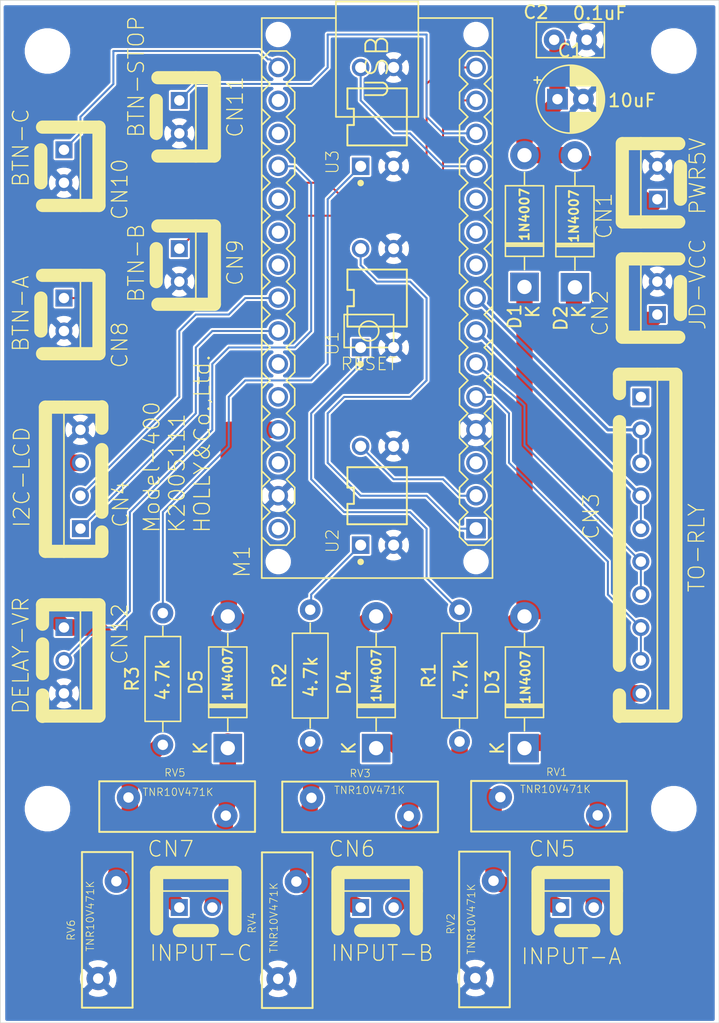
<source format=kicad_pcb>
(kicad_pcb (version 20171130) (host pcbnew 5.1.6-c6e7f7d~87~ubuntu18.04.1)
  (layers (0 Top signal hide) (31 Bottom signal) (34 B.Paste user) (35 F.Paste user) (36 B.SilkS user) (37 F.SilkS user) (38 B.Mask user hide) (39 F.Mask user hide) (44 Edge.Cuts user))
  (net 0 "")
  (net 1 VIN)
  (net 2 3V3)
  (net 3 GND)
  (net 4 /5V_M)
  (net 5 "Net-(CN10-PadP$1)")
  (net 6 "Net-(M1-PadJ2.13)")
  (net 7 "Net-(CN11-PadP$1)")
  (net 8 "Net-(M1-PadJ2.10)")
  (net 9 "Net-(CN12-PadP$2)")
  (net 10 "Net-(M1-PadJ2.11)")
  (net 11 "Net-(M1-PadJ2.9)")
  (net 12 "Net-(M1-PadJ2.6)")
  (net 13 "Net-(M1-PadJ2.5)")
  (net 14 "Net-(M1-PadJ2.3)")
  (net 15 "Net-(M1-PadJ1.12)")
  (net 16 "Net-(M1-PadJ1.11)")
  (net 17 "Net-(M1-PadJ1.10)")
  (net 18 "Net-(M1-PadJ1.9)")
  (net 19 "Net-(M1-PadJ1.3)")
  (net 20 "Net-(M1-PadJ1.2)")
  (net 21 "Net-(M1-PadJ1.1)")
  (net 22 "Net-(R1-Pad2)")
  (net 23 "Net-(R2-Pad2)")
  (net 24 "Net-(R3-Pad2)")
  (net 25 "Net-(CN5-PadP$2)")
  (net 26 "Net-(CN5-PadP$1)")
  (net 27 "Net-(CN6-PadP$2)")
  (net 28 "Net-(CN6-PadP$1)")
  (net 29 "Net-(CN8-PadP$1)")
  (net 30 "Net-(CN9-PadP$1)")
  (net 31 "Net-(CN4-PadP$1)")
  (net 32 "Net-(CN4-PadP$2)")
  (net 33 "Net-(CN3-PadP$2)")
  (net 34 "Net-(CN3-PadP$4)")
  (net 35 "Net-(CN3-PadP$6)")
  (net 36 "Net-(CN3-PadP$8)")
  (net 37 "Net-(CN3-PadP$1)")
  (net 38 "Net-(CN7-PadP$1)")
  (net 39 "Net-(CN7-PadP$2)")
  (net 40 /5V_JDV)
  (net 41 /5V_MPU)
  (module Diode_THT:D_DO-41_SOD81_P10.16mm_Horizontal (layer Top) (at 138.43 123.19 90)
    (fp_text reference D5 (at 5.08 -2.47 90) (layer F.SilkS))
    (fp_text value 1N4007 (at 5.715 0 90) (layer F.SilkS) (effects (font (size 0.7 0.7))))
    (fp_text user K (at 0 -2.1 90) (layer F.SilkS))
    (pad 2 thru_hole oval (at 10.16 0 90) (size 2.2 2.2) (drill 1.1) (layers *.Cu *.Mask) (net 41 /5V_MPU))
    (pad 1 thru_hole rect (at 0 0 90) (size 2.2 2.2) (drill 1.1) (layers *.Cu *.Mask) (net 39 "Net-(CN7-PadP$2)"))
  )
  (module Diode_THT:D_DO-41_SOD81_P10.16mm_Horizontal (layer Top) (at 149.86 123.19 90)
    (fp_text reference D4 (at 5.08 -2.47 90) (layer F.SilkS))
    (fp_text value 1N4007 (at 5.588 0.0254 90) (layer F.SilkS) (effects (font (size 0.7 0.7))))
    (fp_text user K (at 0 -2.1 90) (layer F.SilkS))
    (pad 2 thru_hole oval (at 10.16 0 90) (size 2.2 2.2) (drill 1.1) (layers *.Cu *.Mask) (net 41 /5V_MPU))
    (pad 1 thru_hole rect (at 0 0 90) (size 2.2 2.2) (drill 1.1) (layers *.Cu *.Mask) (net 27 "Net-(CN6-PadP$2)"))
  )
  (module Diode_THT:D_DO-41_SOD81_P10.16mm_Horizontal (layer Top) (at 161.29 123.19 90)
    (fp_text reference D3 (at 5.08 -2.47 90) (layer F.SilkS))
    (fp_text value 1N4007 (at 5.461 0.0762 90) (layer F.SilkS) (effects (font (size 0.7 0.7))))
    (fp_text user K (at 0 -2.1 90) (layer F.SilkS))
    (pad 2 thru_hole oval (at 10.16 0 90) (size 2.2 2.2) (drill 1.1) (layers *.Cu *.Mask) (net 41 /5V_MPU))
    (pad 1 thru_hole rect (at 0 0 90) (size 2.2 2.2) (drill 1.1) (layers *.Cu *.Mask) (net 25 "Net-(CN5-PadP$2)"))
  )
  (module Diode_THT:D_DO-41_SOD81_P10.16mm_Horizontal (layer Top) (at 165.1762 87.6554 90)
    (fp_text reference D2 (at -2.3876 -1.0922 90) (layer F.SilkS))
    (fp_text value 1N4007 (at 5.4864 -0.0762 90) (layer F.SilkS) (effects (font (size 0.7 0.7))))
    (fp_text user K (at -1.8796 0.3048 90) (layer F.SilkS))
    (pad 2 thru_hole oval (at 10.16 0 90) (size 2.2 2.2) (drill 1.1) (layers *.Cu *.Mask) (net 4 /5V_M))
    (pad 1 thru_hole rect (at 0 0 90) (size 2.2 2.2) (drill 1.1) (layers *.Cu *.Mask) (net 40 /5V_JDV))
  )
  (module Diode_THT:D_DO-41_SOD81_P10.16mm_Horizontal (layer Top) (at 161.29 87.63 90)
    (fp_text reference D1 (at -2.286 -0.762 90) (layer F.SilkS))
    (fp_text value 1N4007 (at 5.588 0 90) (layer F.SilkS) (effects (font (size 0.7 0.7))))
    (fp_text user K (at -1.905 0.635 90) (layer F.SilkS))
    (pad 2 thru_hole oval (at 10.16 0 90) (size 2.2 2.2) (drill 1.1) (layers *.Cu *.Mask) (net 4 /5V_M))
    (pad 1 thru_hole rect (at 0 0 90) (size 2.2 2.2) (drill 1.1) (layers *.Cu *.Mask) (net 41 /5V_MPU))
  )
  (module varistor:RV_Disc_D12mm_W3.9mm_P7.5mm (layer Top) (at 129.8448 133.4516 270)
    (fp_text reference RV6 (at 2.921 3.1496 90) (layer F.SilkS) (effects (font (size 0.57912 0.57912) (thickness 0.057912)) (justify right bottom)))
    (fp_text value TNR10V471K (at -0.0762 1.6764 90) (layer F.SilkS) (effects (font (size 0.57912 0.57912) (thickness 0.057912)) (justify right bottom)))
    (pad 2 thru_hole circle (at 7.5 1.4 270) (size 1.8 1.8) (drill 0.8) (layers *.Cu *.Mask) (net 3 GND))
    (pad 1 thru_hole circle (at 0 0 270) (size 1.8 1.8) (drill 0.8) (layers *.Cu *.Mask) (net 38 "Net-(CN7-PadP$1)"))
  )
  (module HOLE:MountingHole_3.2mm_M3_ISO7380 (layer Top) (at 123.19 128.27)
    (fp_text reference REF** hide)
    (fp_text value MountingHole_3.2mm_M3_ISO7380)
    (pad "" np_thru_hole circle (at 1.3461 -0.4114) (size 3.2 3.2) (drill 3.2) (layers *.Cu *.Mask))
  )
  (module varistor:RV_Disc_D12mm_W3.9mm_P7.5mm (layer Top) (at 166.9288 128.3716 180)
    (fp_text reference RV1 (at 4.0132 2.9972) (layer F.SilkS) (effects (font (size 0.57912 0.57912) (thickness 0.057912)) (justify left bottom)))
    (fp_text value TNR10V471K (at 6.0198 1.6764) (layer F.SilkS) (effects (font (size 0.57912 0.57912) (thickness 0.057912)) (justify left bottom)))
    (pad 2 thru_hole circle (at 7.5 1.4 180) (size 1.8 1.8) (drill 0.8) (layers *.Cu *.Mask) (net 26 "Net-(CN5-PadP$1)"))
    (pad 1 thru_hole circle (at 0 0 180) (size 1.8 1.8) (drill 0.8) (layers *.Cu *.Mask) (net 25 "Net-(CN5-PadP$2)"))
  )
  (module varistor:RV_Disc_D12mm_W3.9mm_P7.5mm (layer Top) (at 158.9054 133.4192 270)
    (fp_text reference RV2 (at 4.1726 2.9494 90) (layer F.SilkS) (effects (font (size 0.57912 0.57912) (thickness 0.057912)) (justify left bottom)))
    (fp_text value TNR10V471K (at 5.722 1.3746 90) (layer F.SilkS) (effects (font (size 0.57912 0.57912) (thickness 0.057912)) (justify left bottom)))
    (pad 2 thru_hole circle (at 7.5 1.4 270) (size 1.8 1.8) (drill 0.8) (layers *.Cu *.Mask) (net 3 GND))
    (pad 1 thru_hole circle (at 0 0 270) (size 1.8 1.8) (drill 0.8) (layers *.Cu *.Mask) (net 26 "Net-(CN5-PadP$1)"))
  )
  (module varistor:RV_Disc_D12mm_W3.9mm_P7.5mm (layer Top) (at 152.3746 128.4224 180)
    (fp_text reference RV3 (at 4.5974 2.9464) (layer F.SilkS) (effects (font (size 0.57912 0.57912) (thickness 0.057912)) (justify left bottom)))
    (fp_text value TNR10V471K (at 5.7912 1.651) (layer F.SilkS) (effects (font (size 0.57912 0.57912) (thickness 0.057912)) (justify left bottom)))
    (pad 2 thru_hole circle (at 7.5 1.4 180) (size 1.8 1.8) (drill 0.8) (layers *.Cu *.Mask) (net 28 "Net-(CN6-PadP$1)"))
    (pad 1 thru_hole circle (at 0 0 180) (size 1.8 1.8) (drill 0.8) (layers *.Cu *.Mask) (net 27 "Net-(CN6-PadP$2)"))
  )
  (module varistor:RV_Disc_D12mm_W3.9mm_P7.5mm (layer Top) (at 143.7132 133.477 270)
    (fp_text reference RV4 (at 4.0386 3.0734 90) (layer F.SilkS) (effects (font (size 0.57912 0.57912) (thickness 0.057912)) (justify left bottom)))
    (fp_text value TNR10V471K (at 5.5626 1.397 90) (layer F.SilkS) (effects (font (size 0.57912 0.57912) (thickness 0.057912)) (justify left bottom)))
    (pad 2 thru_hole circle (at 7.5 1.4 270) (size 1.8 1.8) (drill 0.8) (layers *.Cu *.Mask) (net 3 GND))
    (pad 1 thru_hole circle (at 0 0 270) (size 1.8 1.8) (drill 0.8) (layers *.Cu *.Mask) (net 28 "Net-(CN6-PadP$1)"))
  )
  (module varistor:RV_Disc_D12mm_W3.9mm_P7.5mm (layer Top) (at 138.2776 128.397 180)
    (fp_text reference RV5 (at 3.0734 2.9718) (layer F.SilkS) (effects (font (size 0.57912 0.57912) (thickness 0.057912)) (justify right bottom)))
    (fp_text value TNR10V471K (at 0.9144 1.4732) (layer F.SilkS) (effects (font (size 0.57912 0.57912) (thickness 0.057912)) (justify right bottom)))
    (pad 2 thru_hole circle (at 7.5 1.4 180) (size 1.8 1.8) (drill 0.8) (layers *.Cu *.Mask) (net 38 "Net-(CN7-PadP$1)"))
    (pad 1 thru_hole circle (at 0 0 180) (size 1.8 1.8) (drill 0.8) (layers *.Cu *.Mask) (net 39 "Net-(CN7-PadP$2)"))
  )
  (module HOLE:MountingHole_3.2mm_M3_ISO7380 (layer Top) (at 172.7961 127.8586)
    (fp_text reference REF** hide)
    (fp_text value MountingHole_3.2mm_M3_ISO7380)
    (pad "" np_thru_hole circle (at 0 0) (size 3.2 3.2) (drill 3.2) (layers *.Cu *.Mask))
  )
  (module HOLE:MountingHole_3.2mm_M3_ISO7380 (layer Top) (at 124.5108 69.4436)
    (fp_text reference REF** hide)
    (fp_text value MountingHole_3.2mm_M3_ISO7380)
    (pad "" np_thru_hole circle (at 0.0253 -0.005) (size 3.2 3.2) (drill 3.2) (layers *.Cu *.Mask))
  )
  (module HOLE:MountingHole_3.2mm_M3_ISO7380 (layer Top) (at 172.72 69.85)
    (fp_text reference REF** hide)
    (fp_text value MountingHole_3.2mm_M3_ISO7380)
    (pad "" np_thru_hole circle (at 0.0761 -0.4114) (size 3.2 3.2) (drill 3.2) (layers *.Cu *.Mask))
  )
  (module 001:ARDUINO-NANO-3.0 (layer Top) (at 149.9361 88.4886 270)
    (fp_text reference M1 (at 20.325 9.7027 90) (layer F.SilkS) (effects (font (size 1.2065 1.2065) (thickness 0.09652)) (justify bottom)))
    (fp_text value ARDUINO-NANO-3.0)
    (fp_text user RESET (at 5.08 0.635) (layer F.SilkS) (effects (font (size 0.9652 0.9652) (thickness 0.08128))))
    (fp_text user USB (at -17.78 0 270) (layer F.SilkS) (effects (font (size 1.6891 1.6891) (thickness 0.14224))))
    (pad "" np_thru_hole circle (at 20.32 -7.62 270) (size 1.651 1.651) (drill 1.651) (layers *.Cu *.Mask))
    (pad "" np_thru_hole circle (at 20.32 7.62 270) (size 1.651 1.651) (drill 1.651) (layers *.Cu *.Mask))
    (pad "" np_thru_hole circle (at -20.32 7.62 270) (size 1.651 1.651) (drill 1.651) (layers *.Cu *.Mask))
    (pad "" np_thru_hole circle (at -20.32 -7.62 270) (size 1.651 1.651) (drill 1.651) (layers *.Cu *.Mask))
    (pad J2.15 thru_hole circle (at -17.78 7.62 270) (size 1.508 1.508) (drill 1) (layers *.Cu *.Mask) (net 5 "Net-(CN10-PadP$1)"))
    (pad J2.14 thru_hole circle (at -15.24 7.62 270) (size 1.508 1.508) (drill 1) (layers *.Cu *.Mask) (net 2 3V3))
    (pad J2.13 thru_hole circle (at -12.7 7.62 270) (size 1.508 1.508) (drill 1) (layers *.Cu *.Mask) (net 6 "Net-(M1-PadJ2.13)"))
    (pad J1.15 thru_hole circle (at -17.78 -7.62 270) (size 1.508 1.508) (drill 1) (layers *.Cu *.Mask) (net 29 "Net-(CN8-PadP$1)"))
    (pad J1.14 thru_hole circle (at -15.24 -7.62 270) (size 1.508 1.508) (drill 1) (layers *.Cu *.Mask) (net 30 "Net-(CN9-PadP$1)"))
    (pad J1.13 thru_hole circle (at -12.7 -7.62 270) (size 1.508 1.508) (drill 1) (layers *.Cu *.Mask) (net 7 "Net-(CN11-PadP$1)"))
    (pad J2.7 thru_hole circle (at 2.54 7.62 270) (size 1.508 1.508) (drill 1) (layers *.Cu *.Mask) (net 31 "Net-(CN4-PadP$1)"))
    (pad J2.10 thru_hole circle (at -5.08 7.62 270) (size 1.508 1.508) (drill 1) (layers *.Cu *.Mask) (net 8 "Net-(M1-PadJ2.10)"))
    (pad J2.12 thru_hole circle (at -10.16 7.62 270) (size 1.508 1.508) (drill 1) (layers *.Cu *.Mask) (net 9 "Net-(CN12-PadP$2)"))
    (pad J2.11 thru_hole circle (at -7.62 7.62 270) (size 1.508 1.508) (drill 1) (layers *.Cu *.Mask) (net 10 "Net-(M1-PadJ2.11)"))
    (pad J2.9 thru_hole circle (at -2.54 7.62 270) (size 1.508 1.508) (drill 1) (layers *.Cu *.Mask) (net 11 "Net-(M1-PadJ2.9)"))
    (pad J2.8 thru_hole circle (at 0 7.62 270) (size 1.508 1.508) (drill 1) (layers *.Cu *.Mask) (net 32 "Net-(CN4-PadP$2)"))
    (pad J2.6 thru_hole circle (at 5.08 7.62 270) (size 1.508 1.508) (drill 1) (layers *.Cu *.Mask) (net 12 "Net-(M1-PadJ2.6)"))
    (pad J2.5 thru_hole circle (at 7.62 7.62 270) (size 1.508 1.508) (drill 1) (layers *.Cu *.Mask) (net 13 "Net-(M1-PadJ2.5)"))
    (pad J2.4 thru_hole circle (at 10.16 7.62 270) (size 1.508 1.508) (drill 1) (layers *.Cu *.Mask) (net 41 /5V_MPU))
    (pad J2.3 thru_hole circle (at 12.7 7.62 270) (size 1.508 1.508) (drill 1) (layers *.Cu *.Mask) (net 14 "Net-(M1-PadJ2.3)"))
    (pad J2.2 thru_hole circle (at 15.24 7.62 270) (size 1.508 1.508) (drill 1) (layers *.Cu *.Mask) (net 3 GND))
    (pad J2.1 thru_hole circle (at 17.78 7.62 270) (size 1.508 1.508) (drill 1) (layers *.Cu *.Mask) (net 1 VIN))
    (pad J1.12 thru_hole circle (at -10.16 -7.62 270) (size 1.508 1.508) (drill 1) (layers *.Cu *.Mask) (net 15 "Net-(M1-PadJ1.12)"))
    (pad J1.11 thru_hole circle (at -7.62 -7.62 270) (size 1.508 1.508) (drill 1) (layers *.Cu *.Mask) (net 16 "Net-(M1-PadJ1.11)"))
    (pad J1.10 thru_hole circle (at -5.08 -7.62 270) (size 1.508 1.508) (drill 1) (layers *.Cu *.Mask) (net 17 "Net-(M1-PadJ1.10)"))
    (pad J1.9 thru_hole circle (at -2.54 -7.62 270) (size 1.508 1.508) (drill 1) (layers *.Cu *.Mask) (net 18 "Net-(M1-PadJ1.9)"))
    (pad J1.8 thru_hole circle (at 0 -7.62 270) (size 1.508 1.508) (drill 1) (layers *.Cu *.Mask) (net 33 "Net-(CN3-PadP$2)"))
    (pad J1.7 thru_hole circle (at 2.54 -7.62 270) (size 1.508 1.508) (drill 1) (layers *.Cu *.Mask) (net 34 "Net-(CN3-PadP$4)"))
    (pad J1.6 thru_hole circle (at 5.08 -7.62 270) (size 1.508 1.508) (drill 1) (layers *.Cu *.Mask) (net 35 "Net-(CN3-PadP$6)"))
    (pad J1.5 thru_hole circle (at 7.62 -7.62 270) (size 1.508 1.508) (drill 1) (layers *.Cu *.Mask) (net 36 "Net-(CN3-PadP$8)"))
    (pad J1.4 thru_hole circle (at 10.16 -7.62 270) (size 1.508 1.508) (drill 1) (layers *.Cu *.Mask) (net 3 GND))
    (pad J1.3 thru_hole circle (at 12.7 -7.62 270) (size 1.508 1.508) (drill 1) (layers *.Cu *.Mask) (net 19 "Net-(M1-PadJ1.3)"))
    (pad J1.2 thru_hole circle (at 15.24 -7.62 270) (size 1.508 1.508) (drill 1) (layers *.Cu *.Mask) (net 20 "Net-(M1-PadJ1.2)"))
    (pad J1.1 thru_hole rect (at 17.78 -7.62 270) (size 1.508 1.508) (drill 1) (layers *.Cu *.Mask) (net 21 "Net-(M1-PadJ1.1)"))
  )
  (module 001:B02B-XH (layer Top) (at 171.5261 78.3286 90)
    (fp_text reference CN1 (at -5.6946 -3.4035 90) (layer F.SilkS) (effects (font (size 1.2065 1.2065) (thickness 0.09652)) (justify left bottom)))
    (fp_text value PWR5V (at -3.81 3.81 90) (layer F.SilkS) (effects (font (size 1.2065 1.2065) (thickness 0.09652)) (justify left bottom)))
    (pad P$2 thru_hole circle (at 0 0 90) (size 1.308 1.308) (drill 0.8) (layers *.Cu *.Mask) (net 3 GND))
    (pad P$1 thru_hole rect (at -2.54 0 90) (size 1.308 1.308) (drill 0.8) (layers *.Cu *.Mask) (net 4 /5V_M))
  )
  (module 001:B02B-XH (layer Top) (at 166.624 135.4786)
    (fp_text reference CN5 (at -5.08 -3.81) (layer F.SilkS) (effects (font (size 1.2065 1.2065) (thickness 0.09652)) (justify left bottom)))
    (fp_text value INPUT-A (at -5.6641 4.4754) (layer F.SilkS) (effects (font (size 1.2065 1.2065) (thickness 0.09652)) (justify left bottom)))
    (pad P$2 thru_hole circle (at 0 0) (size 1.308 1.308) (drill 0.8) (layers *.Cu *.Mask) (net 25 "Net-(CN5-PadP$2)"))
    (pad P$1 thru_hole rect (at -2.54 0) (size 1.308 1.308) (drill 0.8) (layers *.Cu *.Mask) (net 26 "Net-(CN5-PadP$1)"))
  )
  (module 001:B02B-XH (layer Top) (at 151.2061 135.4786)
    (fp_text reference CN6 (at -5.08 -3.81) (layer F.SilkS) (effects (font (size 1.2065 1.2065) (thickness 0.09652)) (justify left bottom)))
    (fp_text value INPUT-B (at -4.9021 4.2214) (layer F.SilkS) (effects (font (size 1.2065 1.2065) (thickness 0.09652)) (justify left bottom)))
    (pad P$2 thru_hole circle (at 0 0) (size 1.308 1.308) (drill 0.8) (layers *.Cu *.Mask) (net 27 "Net-(CN6-PadP$2)"))
    (pad P$1 thru_hole rect (at -2.54 0) (size 1.308 1.308) (drill 0.8) (layers *.Cu *.Mask) (net 28 "Net-(CN6-PadP$1)"))
  )
  (module 001:B10B-XH (layer Top) (at 170.2561 98.6486 270)
    (fp_text reference CN3 (at 8.5394 3.1241 90) (layer F.SilkS) (effects (font (size 1.2065 1.2065) (thickness 0.09652)) (justify left bottom)))
    (fp_text value TO-RLY (at 12.6034 -5.0039 90) (layer F.SilkS) (effects (font (size 1.2065 1.2065) (thickness 0.09652)) (justify left bottom)))
    (pad P$10 thru_hole circle (at 20.32 0 270) (size 1.308 1.308) (drill 0.8) (layers *.Cu *.Mask) (net 41 /5V_MPU))
    (pad P$9 thru_hole circle (at 17.78 0 270) (size 1.308 1.308) (drill 0.8) (layers *.Cu *.Mask) (net 36 "Net-(CN3-PadP$8)"))
    (pad P$8 thru_hole circle (at 15.24 0 270) (size 1.308 1.308) (drill 0.8) (layers *.Cu *.Mask) (net 36 "Net-(CN3-PadP$8)"))
    (pad P$7 thru_hole circle (at 12.7 0 270) (size 1.308 1.308) (drill 0.8) (layers *.Cu *.Mask) (net 35 "Net-(CN3-PadP$6)"))
    (pad P$6 thru_hole circle (at 10.16 0 270) (size 1.308 1.308) (drill 0.8) (layers *.Cu *.Mask) (net 35 "Net-(CN3-PadP$6)"))
    (pad P$5 thru_hole circle (at 7.62 0 270) (size 1.308 1.308) (drill 0.8) (layers *.Cu *.Mask) (net 34 "Net-(CN3-PadP$4)"))
    (pad P$4 thru_hole circle (at 5.08 0 270) (size 1.308 1.308) (drill 0.8) (layers *.Cu *.Mask) (net 34 "Net-(CN3-PadP$4)"))
    (pad P$3 thru_hole circle (at 2.54 0 270) (size 1.308 1.308) (drill 0.8) (layers *.Cu *.Mask) (net 33 "Net-(CN3-PadP$2)"))
    (pad P$2 thru_hole circle (at 0 0 270) (size 1.308 1.308) (drill 0.8) (layers *.Cu *.Mask) (net 33 "Net-(CN3-PadP$2)"))
    (pad P$1 thru_hole rect (at -2.54 0 270) (size 1.308 1.308) (drill 0.8) (layers *.Cu *.Mask) (net 37 "Net-(CN3-PadP$1)"))
  )
  (module 001:B02B-XH (layer Top) (at 171.5261 87.2186 90)
    (fp_text reference CN2 (at -4.2976 -3.7083 90) (layer F.SilkS) (effects (font (size 1.2065 1.2065) (thickness 0.09652)) (justify left bottom)))
    (fp_text value JD-VCC (at -3.81 3.81 90) (layer F.SilkS) (effects (font (size 1.2065 1.2065) (thickness 0.09652)) (justify left bottom)))
    (pad P$2 thru_hole circle (at 0 0 90) (size 1.308 1.308) (drill 0.8) (layers *.Cu *.Mask) (net 3 GND))
    (pad P$1 thru_hole rect (at -2.54 0 90) (size 1.308 1.308) (drill 0.8) (layers *.Cu *.Mask) (net 40 /5V_JDV))
  )
  (module 001:B02B-XH (layer Top) (at 125.8061 91.0286 270)
    (fp_text reference CN8 (at 2.9514 -5.0039 90) (layer F.SilkS) (effects (font (size 1.2065 1.2065) (thickness 0.09652)) (justify left bottom)))
    (fp_text value BTN-A (at 1.6814 2.6161 90) (layer F.SilkS) (effects (font (size 1.2065 1.2065) (thickness 0.09652)) (justify left bottom)))
    (pad P$2 thru_hole circle (at 0 0 270) (size 1.308 1.308) (drill 0.8) (layers *.Cu *.Mask) (net 3 GND))
    (pad P$1 thru_hole rect (at -2.54 0 270) (size 1.308 1.308) (drill 0.8) (layers *.Cu *.Mask) (net 29 "Net-(CN8-PadP$1)"))
  )
  (module 001:TOSHIBA_TLP222A_F_0 (layer Top) (at 149.9361 88.4886 90)
    (fp_text reference U1 (at -4.485 -2.89 90) (layer F.SilkS) (effects (font (size 0.95 0.95) (thickness 0.076)) (justify left bottom)))
    (fp_text value TOSHIBA_TLP222A hide)
    (pad 4 thru_hole circle (at 3.81 -1.27 90) (size 1.35 1.35) (drill 0.85) (layers *.Cu *.Mask) (net 21 "Net-(M1-PadJ1.1)"))
    (pad 3 thru_hole circle (at 3.81 1.27 90) (size 1.35 1.35) (drill 0.85) (layers *.Cu *.Mask) (net 3 GND))
    (pad 2 thru_hole circle (at -3.81 1.27 90) (size 1.35 1.35) (drill 0.85) (layers *.Cu *.Mask) (net 3 GND))
    (pad 1 thru_hole rect (at -3.81 -1.27 90) (size 1.35 1.35) (drill 0.85) (layers *.Cu *.Mask) (net 22 "Net-(R1-Pad2)"))
  )
  (module 001:TOSHIBA_TLP222A_F_0 (layer Top) (at 149.9361 103.7286 90)
    (fp_text reference U2 (at -4.485 -2.89 90) (layer F.SilkS) (effects (font (size 0.95 0.95) (thickness 0.076)) (justify left bottom)))
    (fp_text value TOSHIBA_TLP222A hide)
    (pad 4 thru_hole circle (at 3.81 -1.27 90) (size 1.35 1.35) (drill 0.85) (layers *.Cu *.Mask) (net 20 "Net-(M1-PadJ1.2)"))
    (pad 3 thru_hole circle (at 3.81 1.27 90) (size 1.35 1.35) (drill 0.85) (layers *.Cu *.Mask) (net 3 GND))
    (pad 2 thru_hole circle (at -3.81 1.27 90) (size 1.35 1.35) (drill 0.85) (layers *.Cu *.Mask) (net 3 GND))
    (pad 1 thru_hole rect (at -3.81 -1.27 90) (size 1.35 1.35) (drill 0.85) (layers *.Cu *.Mask) (net 23 "Net-(R2-Pad2)"))
  )
  (module 001:B04B-XH (layer Top) (at 127.0761 103.7286 90)
    (fp_text reference CN4 (at -2.54 3.81 90) (layer F.SilkS) (effects (font (size 1.2065 1.2065) (thickness 0.09652)) (justify left bottom)))
    (fp_text value I2C-LCD (at -2.54 -3.81 90) (layer F.SilkS) (effects (font (size 1.2065 1.2065) (thickness 0.09652)) (justify left bottom)))
    (pad P$4 thru_hole circle (at 5.08 0 90) (size 1.308 1.308) (drill 0.8) (layers *.Cu *.Mask) (net 3 GND))
    (pad P$3 thru_hole circle (at 2.54 0 90) (size 1.308 1.308) (drill 0.8) (layers *.Cu *.Mask) (net 41 /5V_MPU))
    (pad P$2 thru_hole circle (at 0 0 90) (size 1.308 1.308) (drill 0.8) (layers *.Cu *.Mask) (net 32 "Net-(CN4-PadP$2)"))
    (pad P$1 thru_hole rect (at -2.54 0 90) (size 1.308 1.308) (drill 0.8) (layers *.Cu *.Mask) (net 31 "Net-(CN4-PadP$1)"))
  )
  (module 001:B02B-XH (layer Top) (at 134.6961 87.2186 270)
    (fp_text reference CN9 (at 0.4114 -5.0039 90) (layer F.SilkS) (effects (font (size 1.2065 1.2065) (thickness 0.09652)) (justify left bottom)))
    (fp_text value BTN-B (at 1.6814 2.6161 90) (layer F.SilkS) (effects (font (size 1.2065 1.2065) (thickness 0.09652)) (justify left bottom)))
    (pad P$2 thru_hole circle (at 0 0 270) (size 1.308 1.308) (drill 0.8) (layers *.Cu *.Mask) (net 3 GND))
    (pad P$1 thru_hole rect (at -2.54 0 270) (size 1.308 1.308) (drill 0.8) (layers *.Cu *.Mask) (net 30 "Net-(CN9-PadP$1)"))
  )
  (module 001:B02B-XH (layer Top) (at 134.6961 75.7886 270)
    (fp_text reference CN11 (at 0.4114 -5.0039 90) (layer F.SilkS) (effects (font (size 1.2065 1.2065) (thickness 0.09652)) (justify left bottom)))
    (fp_text value BTN-STOP (at 0.4114 2.6161 90) (layer F.SilkS) (effects (font (size 1.2065 1.2065) (thickness 0.09652)) (justify left bottom)))
    (pad P$2 thru_hole circle (at 0 0 270) (size 1.308 1.308) (drill 0.8) (layers *.Cu *.Mask) (net 3 GND))
    (pad P$1 thru_hole rect (at -2.54 0 270) (size 1.308 1.308) (drill 0.8) (layers *.Cu *.Mask) (net 7 "Net-(CN11-PadP$1)"))
  )
  (module 001:B03B-XH (layer Top) (at 125.8061 116.4286 270)
    (fp_text reference CN12 (at 0.4114 -5.0039 90) (layer F.SilkS) (effects (font (size 1.2065 1.2065) (thickness 0.09652)) (justify left bottom)))
    (fp_text value DELAY-VR (at 4.2214 2.6161 90) (layer F.SilkS) (effects (font (size 1.2065 1.2065) (thickness 0.09652)) (justify left bottom)))
    (pad P$3 thru_hole circle (at 2.54 0 270) (size 1.308 1.308) (drill 0.8) (layers *.Cu *.Mask) (net 3 GND))
    (pad P$2 thru_hole circle (at 0 0 270) (size 1.308 1.308) (drill 0.8) (layers *.Cu *.Mask) (net 9 "Net-(CN12-PadP$2)"))
    (pad P$1 thru_hole rect (at -2.54 0 270) (size 1.308 1.308) (drill 0.8) (layers *.Cu *.Mask) (net 41 /5V_MPU))
  )
  (module 001:TOSHIBA_TLP222A_F_0 (layer Top) (at 149.9361 74.5186 90)
    (fp_text reference U3 (at -4.485 -2.89 90) (layer F.SilkS) (effects (font (size 0.95 0.95) (thickness 0.076)) (justify left bottom)))
    (fp_text value TOSHIBA_TLP222A hide)
    (pad 4 thru_hole circle (at 3.81 -1.27 90) (size 1.35 1.35) (drill 0.85) (layers *.Cu *.Mask) (net 15 "Net-(M1-PadJ1.12)"))
    (pad 3 thru_hole circle (at 3.81 1.27 90) (size 1.35 1.35) (drill 0.85) (layers *.Cu *.Mask) (net 3 GND))
    (pad 2 thru_hole circle (at -3.81 1.27 90) (size 1.35 1.35) (drill 0.85) (layers *.Cu *.Mask) (net 3 GND))
    (pad 1 thru_hole rect (at -3.81 -1.27 90) (size 1.35 1.35) (drill 0.85) (layers *.Cu *.Mask) (net 24 "Net-(R3-Pad2)"))
  )
  (module 001:B02B-XH (layer Top) (at 137.2361 135.4786)
    (fp_text reference CN7 (at -5.08 -3.81) (layer F.SilkS) (effects (font (size 1.2065 1.2065) (thickness 0.09652)) (justify left bottom)))
    (fp_text value INPUT-C (at -4.9021 4.2214) (layer F.SilkS) (effects (font (size 1.2065 1.2065) (thickness 0.09652)) (justify left bottom)))
    (pad P$2 thru_hole circle (at 0 0) (size 1.308 1.308) (drill 0.8) (layers *.Cu *.Mask) (net 39 "Net-(CN7-PadP$2)"))
    (pad P$1 thru_hole rect (at -2.54 0) (size 1.308 1.308) (drill 0.8) (layers *.Cu *.Mask) (net 38 "Net-(CN7-PadP$1)"))
  )
  (module 001:B02B-XH (layer Top) (at 125.8061 79.5986 270)
    (fp_text reference CN10 (at 2.9514 -5.0039 90) (layer F.SilkS) (effects (font (size 1.2065 1.2065) (thickness 0.09652)) (justify left bottom)))
    (fp_text value BTN-C (at 0.4114 2.6161 90) (layer F.SilkS) (effects (font (size 1.2065 1.2065) (thickness 0.09652)) (justify left bottom)))
    (pad P$2 thru_hole circle (at 0 0 270) (size 1.308 1.308) (drill 0.8) (layers *.Cu *.Mask) (net 3 GND))
    (pad P$1 thru_hole rect (at -2.54 0 270) (size 1.308 1.308) (drill 0.8) (layers *.Cu *.Mask) (net 5 "Net-(CN10-PadP$1)"))
  )
  (module C:C_Disc_D5.0mm_W2.5mm_P2.50mm (layer Top) (at 163.576 68.58)
    (fp_text reference C2 (at -1.397 -2.1336) (layer F.SilkS))
    (fp_text value 0.1uF (at 3.5052 -2.0574) (layer F.SilkS))
    (pad 1 thru_hole circle (at 0 0) (size 1.6 1.6) (drill 0.8) (layers *.Cu *.Mask) (net 4 /5V_M))
    (pad 2 thru_hole circle (at 2.5 0) (size 1.6 1.6) (drill 0.8) (layers *.Cu *.Mask) (net 3 GND))
  )
  (module C:CP_Radial_D5.0mm_P2.00mm (layer Top) (at 163.83 73.152)
    (fp_text reference C1 (at 1 -3.75) (layer F.SilkS))
    (fp_text value 10uF (at 5.7404 0.1016) (layer F.SilkS))
    (pad 1 thru_hole rect (at 0 0) (size 1.6 1.6) (drill 0.8) (layers *.Cu *.Mask) (net 4 /5V_M))
    (pad 2 thru_hole circle (at 2 0) (size 1.6 1.6) (drill 0.8) (layers *.Cu *.Mask) (net 3 GND))
  )
  (module R:R_Axial_DIN0207_L6.3mm_D2.5mm_P10.16mm_Horizontal (layer Top) (at 156.2861 122.682 90)
    (fp_text reference R1 (at 5.08 -2.37 90) (layer F.SilkS))
    (fp_text value 4.7k (at 4.7498 0.1017 90) (layer F.SilkS))
    (pad 2 thru_hole oval (at 10.16 0 90) (size 1.6 1.6) (drill 0.8) (layers *.Cu *.Mask) (net 22 "Net-(R1-Pad2)"))
    (pad 1 thru_hole circle (at 0 0 90) (size 1.6 1.6) (drill 0.8) (layers *.Cu *.Mask) (net 26 "Net-(CN5-PadP$1)"))
  )
  (module R:R_Axial_DIN0207_L6.3mm_D2.5mm_P10.16mm_Horizontal (layer Top) (at 144.78 122.682 90)
    (fp_text reference R2 (at 5.08 -2.37 90) (layer F.SilkS))
    (fp_text value 4.7k (at 4.9784 0.0508 90) (layer F.SilkS))
    (pad 1 thru_hole circle (at 0 0 90) (size 1.6 1.6) (drill 0.8) (layers *.Cu *.Mask) (net 28 "Net-(CN6-PadP$1)"))
    (pad 2 thru_hole oval (at 10.16 0 90) (size 1.6 1.6) (drill 0.8) (layers *.Cu *.Mask) (net 23 "Net-(R2-Pad2)"))
  )
  (module R:R_Axial_DIN0207_L6.3mm_D2.5mm_P10.16mm_Horizontal (layer Top) (at 133.4261 122.936 90)
    (fp_text reference R3 (at 5.08 -2.37 90) (layer F.SilkS))
    (fp_text value 4.7k (at 5.0038 0.0001 90) (layer F.SilkS))
    (pad 1 thru_hole circle (at 0 0 90) (size 1.6 1.6) (drill 0.8) (layers *.Cu *.Mask) (net 38 "Net-(CN7-PadP$1)"))
    (pad 2 thru_hole oval (at 10.16 0 90) (size 1.6 1.6) (drill 0.8) (layers *.Cu *.Mask) (net 24 "Net-(R3-Pad2)"))
  )
  (gr_line (start 120.904 144.3686) (end 176.2761 144.3686) (layer Edge.Cuts) (width 0.05))
  (gr_line (start 176.2761 144.3686) (end 176.2761 65.532) (layer Edge.Cuts) (width 0.05))
  (gr_line (start 176.2761 65.532) (end 120.904 65.532) (layer Edge.Cuts) (width 0.05))
  (gr_line (start 120.904 65.532) (end 120.904 144.3686) (layer Edge.Cuts) (width 0.05))
  (gr_text "Model-400 \nK2005111\nHOLLY&Co.,Ltd." (at 137.16 106.68 90) (layer F.SilkS) (effects (font (size 1.2065 1.2065) (thickness 0.1016)) (justify left bottom)))
  (segment (start 161.29 75.946) (end 163.83 73.406) (width 1.25) (layer Top) (net 4))
  (segment (start 161.29 77.47) (end 161.29 75.946) (width 1.25) (layer Top) (net 4))
  (segment (start 163.83 68.834) (end 163.576 68.58) (width 1.25) (layer Top) (net 4))
  (segment (start 163.83 73.406) (end 163.83 68.834) (width 1.25) (layer Top) (net 4))
  (segment (start 161.29 77.47) (end 165.1 77.47) (width 1.25) (layer Top) (net 4))
  (segment (start 171.1147 81.28) (end 171.5261 80.8686) (width 1.25) (layer Top) (net 4))
  (segment (start 165.1 77.47) (end 171.1147 81.28) (width 1.25) (layer Top) (net 4))
  (segment (start 125.8061 77.0586) (end 127.0761 75.7886) (width 0.1524) (layer Bottom) (net 5))
  (segment (start 127.0761 74.5186) (end 127.0761 75.7886) (width 0.1524) (layer Bottom) (net 5))
  (segment (start 127.0761 74.5186) (end 129.6161 71.9786) (width 0.1524) (layer Bottom) (net 5))
  (segment (start 129.6161 71.9786) (end 129.6161 69.4386) (width 0.1524) (layer Bottom) (net 5))
  (segment (start 129.6161 69.4386) (end 140.874062 69.4386) (width 0.1524) (layer Bottom) (net 5))
  (segment (start 140.874062 69.4386) (end 141.521762 70.0863) (width 0.1524) (layer Bottom) (net 5))
  (segment (start 141.521762 70.0863) (end 141.6938 70.0863) (width 0.1524) (layer Bottom) (net 5))
  (segment (start 141.6938 70.0863) (end 142.3161 70.7086) (width 0.1524) (layer Bottom) (net 5))
  (segment (start 134.6961 73.2486) (end 135.9661 71.9786) (width 0.1524) (layer Bottom) (net 7))
  (segment (start 135.9661 71.9786) (end 144.8561 71.9786) (width 0.1524) (layer Bottom) (net 7))
  (segment (start 144.8561 71.9786) (end 146.1261 70.7086) (width 0.1524) (layer Bottom) (net 7))
  (segment (start 146.1261 70.7086) (end 146.1261 68.1686) (width 0.1524) (layer Bottom) (net 7))
  (segment (start 146.1261 68.1686) (end 153.7461 68.1686) (width 0.1524) (layer Bottom) (net 7))
  (segment (start 153.7461 68.1686) (end 153.7461 74.5186) (width 0.1524) (layer Bottom) (net 7))
  (segment (start 153.7461 74.5186) (end 155.0161 75.7886) (width 0.1524) (layer Bottom) (net 7))
  (segment (start 155.0161 75.7886) (end 157.5561 75.7886) (width 0.1524) (layer Bottom) (net 7))
  (segment (start 125.8061 116.4286) (end 128.3461 113.8886) (width 0.1524) (layer Bottom) (net 9))
  (segment (start 128.3461 113.8886) (end 129.6161 113.8886) (width 0.1524) (layer Bottom) (net 9))
  (segment (start 129.6161 113.8886) (end 130.8861 112.6186) (width 0.1524) (layer Bottom) (net 9))
  (segment (start 130.8861 104.9986) (end 137.2361 98.6486) (width 0.1524) (layer Bottom) (net 9))
  (segment (start 137.2361 98.6486) (end 137.2361 93.5686) (width 0.1524) (layer Bottom) (net 9))
  (segment (start 137.2361 93.5686) (end 138.5061 92.2986) (width 0.1524) (layer Bottom) (net 9))
  (segment (start 138.5061 92.2986) (end 143.5861 92.2986) (width 0.1524) (layer Bottom) (net 9))
  (segment (start 143.5861 92.2986) (end 144.8561 91.0286) (width 0.1524) (layer Bottom) (net 9))
  (segment (start 144.8561 91.0286) (end 144.8561 79.5986) (width 0.1524) (layer Bottom) (net 9))
  (segment (start 144.8561 79.5986) (end 143.5861 78.3286) (width 0.1524) (layer Bottom) (net 9))
  (segment (start 143.5861 78.3286) (end 142.3161 78.3286) (width 0.1524) (layer Bottom) (net 9))
  (segment (start 130.8861 112.6186) (end 130.8861 104.9986) (width 0.1524) (layer Bottom) (net 9))
  (segment (start 148.6661 70.7086) (end 148.6661 73.2486) (width 0.1524) (layer Bottom) (net 15))
  (segment (start 152.4761 75.7886) (end 155.0161 78.3286) (width 0.1524) (layer Bottom) (net 15))
  (segment (start 155.0161 78.3286) (end 157.5561 78.3286) (width 0.1524) (layer Bottom) (net 15))
  (segment (start 151.2061 75.7886) (end 152.4761 75.7886) (width 0.1524) (layer Bottom) (net 15))
  (segment (start 148.6661 73.2486) (end 151.2061 75.7886) (width 0.1524) (layer Bottom) (net 15))
  (segment (start 157.5561 103.7286) (end 156.2861 103.7286) (width 0.1524) (layer Bottom) (net 20))
  (segment (start 156.2861 103.7286) (end 155.0161 102.4586) (width 0.1524) (layer Bottom) (net 20))
  (segment (start 155.0161 102.4586) (end 151.2061 102.4586) (width 0.1524) (layer Bottom) (net 20))
  (segment (start 151.2061 102.4586) (end 148.6661 99.9186) (width 0.1524) (layer Bottom) (net 20))
  (segment (start 157.5561 106.2686) (end 156.2861 106.2686) (width 0.1524) (layer Bottom) (net 21))
  (segment (start 156.2861 106.2686) (end 153.7461 103.7286) (width 0.1524) (layer Bottom) (net 21))
  (segment (start 148.6661 103.7286) (end 146.1261 101.1886) (width 0.1524) (layer Bottom) (net 21))
  (segment (start 146.1261 101.1886) (end 146.1261 97.3786) (width 0.1524) (layer Bottom) (net 21))
  (segment (start 146.1261 97.3786) (end 147.3961 96.1086) (width 0.1524) (layer Bottom) (net 21))
  (segment (start 147.3961 96.1086) (end 152.4761 96.1086) (width 0.1524) (layer Bottom) (net 21))
  (segment (start 152.4761 96.1086) (end 153.7461 94.8386) (width 0.1524) (layer Bottom) (net 21))
  (segment (start 153.7461 94.8386) (end 153.7461 88.4886) (width 0.1524) (layer Bottom) (net 21))
  (segment (start 153.7461 88.4886) (end 152.4761 87.2186) (width 0.1524) (layer Bottom) (net 21))
  (segment (start 152.4761 87.2186) (end 149.9361 87.2186) (width 0.1524) (layer Bottom) (net 21))
  (segment (start 149.9361 87.2186) (end 148.6661 85.9486) (width 0.1524) (layer Bottom) (net 21))
  (segment (start 148.6661 85.9486) (end 148.6661 84.6786) (width 0.1524) (layer Bottom) (net 21))
  (segment (start 153.7461 103.7286) (end 148.6661 103.7286) (width 0.1524) (layer Bottom) (net 21))
  (segment (start 144.8561 102.4586) (end 147.396103 104.998604) (width 0.1524) (layer Bottom) (net 22))
  (segment (start 144.8561 102.4586) (end 144.8561 97.3786) (width 0.1524) (layer Bottom) (net 22))
  (segment (start 148.6661 93.5686) (end 148.6661 92.2986) (width 0.1524) (layer Bottom) (net 22))
  (segment (start 148.6661 93.5686) (end 144.8561 97.3786) (width 0.1524) (layer Bottom) (net 22))
  (segment (start 153.7461 110.0786) (end 156.2861 112.6186) (width 0.1524) (layer Bottom) (net 22))
  (segment (start 147.396103 104.998604) (end 152.476096 104.998604) (width 0.1524) (layer Bottom) (net 22))
  (segment (start 152.476096 104.998604) (end 152.4761 104.9986) (width 0.1524) (layer Bottom) (net 22))
  (segment (start 152.4761 104.9986) (end 153.7461 106.2686) (width 0.1524) (layer Bottom) (net 22))
  (segment (start 153.7461 106.2686) (end 153.7461 110.0786) (width 0.1524) (layer Bottom) (net 22))
  (segment (start 144.8561 112.6186) (end 144.8561 111.3486) (width 0.1524) (layer Bottom) (net 23))
  (segment (start 144.8561 111.3486) (end 148.6661 107.5386) (width 0.1524) (layer Bottom) (net 23))
  (segment (start 133.4261 112.6186) (end 133.4261 104.9986) (width 0.1524) (layer Bottom) (net 24))
  (segment (start 133.4261 104.9986) (end 138.5061 99.9186) (width 0.1524) (layer Bottom) (net 24))
  (segment (start 138.5061 99.9186) (end 138.5061 96.1086) (width 0.1524) (layer Bottom) (net 24))
  (segment (start 138.5061 96.1086) (end 139.7761 94.8386) (width 0.1524) (layer Bottom) (net 24))
  (segment (start 139.7761 94.8386) (end 144.8561 94.8386) (width 0.1524) (layer Bottom) (net 24))
  (segment (start 144.8561 94.8386) (end 146.1261 93.5686) (width 0.1524) (layer Bottom) (net 24))
  (segment (start 146.1261 80.8686) (end 148.6661 78.3286) (width 0.1524) (layer Bottom) (net 24))
  (segment (start 146.1261 93.5686) (end 146.1261 80.8686) (width 0.1524) (layer Bottom) (net 24))
  (segment (start 166.99475 124.59725) (end 166.9288 128.3716) (width 1.27) (layer Top) (net 25))
  (segment (start 161.3661 122.7786) (end 165.1761 122.7786) (width 1.27) (layer Top) (net 25))
  (segment (start 165.1761 122.7786) (end 166.99475 124.59725) (width 1.27) (layer Top) (net 25))
  (segment (start 166.9288 128.3716) (end 166.624 135.4786) (width 1.27) (layer Top) (net 25))
  (segment (start 158.9054 127.495) (end 158.9054 133.4192) (width 1.27) (layer Top) (net 26))
  (segment (start 159.4288 126.9716) (end 158.9054 127.495) (width 1.27) (layer Top) (net 26))
  (segment (start 158.9054 133.4192) (end 164.084 135.4786) (width 1.27) (layer Top) (net 26))
  (segment (start 158.4431 126.9716) (end 159.4288 126.9716) (width 1.27) (layer Top) (net 26))
  (segment (start 156.2861 122.682) (end 156.2861 126.5886) (width 1.27) (layer Top) (net 26))
  (segment (start 156.2861 126.5886) (end 158.4431 126.9716) (width 1.27) (layer Top) (net 26))
  (segment (start 152.4761 126.5886) (end 152.4761 124.0486) (width 1.27) (layer Top) (net 27))
  (segment (start 149.9361 122.7786) (end 151.2061 122.7786) (width 1.27) (layer Top) (net 27))
  (segment (start 152.4761 124.0486) (end 151.2061 122.7786) (width 1.27) (layer Top) (net 27))
  (segment (start 151.2061 135.4786) (end 152.4761 134.2086) (width 1.27) (layer Top) (net 27))
  (segment (start 152.4761 126.5886) (end 152.4761 134.2086) (width 1.27) (layer Top) (net 27))
  (segment (start 143.7132 133.477) (end 148.6661 135.4786) (width 1.27) (layer Top) (net 28))
  (segment (start 144.8746 127.0224) (end 143.7132 133.477) (width 1.27) (layer Top) (net 28))
  (segment (start 144.8561 126.5886) (end 144.8746 127.0224) (width 1.27) (layer Top) (net 28))
  (segment (start 144.78 122.682) (end 144.8561 126.5886) (width 1.27) (layer Top) (net 28))
  (segment (start 129.6161 88.4886) (end 130.8861 87.2186) (width 0.1524) (layer Top) (net 29))
  (segment (start 130.8861 87.2186) (end 130.8861 83.4086) (width 0.1524) (layer Top) (net 29))
  (segment (start 130.8861 83.4086) (end 134.6961 79.5986) (width 0.1524) (layer Top) (net 29))
  (segment (start 134.6961 79.5986) (end 146.1261 79.5986) (width 0.1524) (layer Top) (net 29))
  (segment (start 146.1261 79.5986) (end 147.3961 80.8686) (width 0.1524) (layer Top) (net 29))
  (segment (start 147.3961 80.8686) (end 152.4761 80.8686) (width 0.1524) (layer Top) (net 29))
  (segment (start 152.4761 80.8686) (end 153.7461 79.5986) (width 0.1524) (layer Top) (net 29))
  (segment (start 153.7461 79.5986) (end 153.7461 71.9786) (width 0.1524) (layer Top) (net 29))
  (segment (start 153.7461 71.9786) (end 155.0161 70.7086) (width 0.1524) (layer Top) (net 29))
  (segment (start 155.0161 70.7086) (end 157.5561 70.7086) (width 0.1524) (layer Top) (net 29))
  (segment (start 125.8061 88.4886) (end 129.6161 88.4886) (width 0.1524) (layer Top) (net 29))
  (segment (start 134.6961 84.6786) (end 137.2361 82.1386) (width 0.1524) (layer Top) (net 30))
  (segment (start 137.2361 82.1386) (end 152.4761 82.1386) (width 0.1524) (layer Top) (net 30))
  (segment (start 152.4761 82.1386) (end 155.0161 79.5986) (width 0.1524) (layer Top) (net 30))
  (segment (start 155.0161 79.5986) (end 155.0161 74.5186) (width 0.1524) (layer Top) (net 30))
  (segment (start 155.0161 74.5186) (end 156.2861 73.2486) (width 0.1524) (layer Top) (net 30))
  (segment (start 156.2861 73.2486) (end 157.5561 73.2486) (width 0.1524) (layer Top) (net 30))
  (segment (start 127.0761 106.2686) (end 135.9661 97.3786) (width 0.1524) (layer Bottom) (net 31))
  (segment (start 135.9661 97.3786) (end 135.9661 92.2986) (width 0.1524) (layer Bottom) (net 31))
  (segment (start 135.9661 92.2986) (end 137.2361 91.0286) (width 0.1524) (layer Bottom) (net 31))
  (segment (start 137.2361 91.0286) (end 142.3161 91.0286) (width 0.1524) (layer Bottom) (net 31))
  (segment (start 142.3161 88.4886) (end 139.7761 88.4886) (width 0.1524) (layer Bottom) (net 32))
  (segment (start 139.7761 88.4886) (end 138.5061 89.7586) (width 0.1524) (layer Bottom) (net 32))
  (segment (start 138.5061 89.7586) (end 135.9661 89.7586) (width 0.1524) (layer Bottom) (net 32))
  (segment (start 135.9661 89.7586) (end 134.6961 91.0286) (width 0.1524) (layer Bottom) (net 32))
  (segment (start 134.6961 91.0286) (end 134.6961 96.1086) (width 0.1524) (layer Bottom) (net 32))
  (segment (start 134.6961 96.1086) (end 127.0761 103.7286) (width 0.1524) (layer Bottom) (net 32))
  (segment (start 167.7161 98.6486) (end 170.2561 98.6486) (width 0.25) (layer Bottom) (net 33))
  (segment (start 157.5561 88.4886) (end 167.7161 98.6486) (width 0.25) (layer Bottom) (net 33))
  (segment (start 170.2561 98.6486) (end 170.2561 101.1886) (width 0.25) (layer Bottom) (net 33))
  (segment (start 170.2561 103.7286) (end 170.2561 106.2686) (width 0.1524) (layer Bottom) (net 34))
  (segment (start 157.5561 91.0286) (end 170.2561 103.7286) (width 0.25) (layer Bottom) (net 34))
  (segment (start 170.2561 108.8086) (end 170.2561 111.3486) (width 0.1524) (layer Bottom) (net 35))
  (segment (start 161.29 99.822) (end 170.2561 108.8086) (width 0.1524) (layer Bottom) (net 35))
  (segment (start 161.29 96.774) (end 161.29 99.822) (width 0.1524) (layer Bottom) (net 35))
  (segment (start 157.5561 93.5686) (end 161.036 96.52) (width 0.1524) (layer Bottom) (net 35))
  (segment (start 161.036 96.52) (end 161.29 96.774) (width 0.1524) (layer Bottom) (net 35))
  (segment (start 157.5561 96.1086) (end 158.8261 96.1086) (width 0.1524) (layer Bottom) (net 36))
  (segment (start 158.8261 96.1086) (end 160.0961 97.3786) (width 0.1524) (layer Bottom) (net 36))
  (segment (start 160.0961 101.1886) (end 167.7161 108.8086) (width 0.1524) (layer Bottom) (net 36))
  (segment (start 167.7161 108.8086) (end 167.7161 111.3486) (width 0.1524) (layer Bottom) (net 36))
  (segment (start 167.7161 111.3486) (end 170.2561 113.8886) (width 0.1524) (layer Bottom) (net 36))
  (segment (start 160.0961 97.3786) (end 160.0961 101.1886) (width 0.1524) (layer Bottom) (net 36))
  (segment (start 170.2561 113.8886) (end 170.2561 116.4286) (width 0.1524) (layer Bottom) (net 36))
  (segment (start 133.4261 122.7786) (end 130.8861 125.3186) (width 1.27) (layer Top) (net 38))
  (segment (start 133.4261 134.2086) (end 134.6961 135.4786) (width 1.27) (layer Top) (net 38))
  (segment (start 129.67 133.47) (end 132.08 133.35) (width 1.27) (layer Top) (net 38))
  (segment (start 132.08 133.35) (end 133.4261 134.2086) (width 1.27) (layer Top) (net 38))
  (segment (start 130.8861 129.1286) (end 129.67 133.47) (width 1.27) (layer Top) (net 38))
  (segment (start 130.8861 125.3186) (end 130.8861 129.1286) (width 1.27) (layer Top) (net 38))
  (segment (start 138.43 122.682) (end 138.43 125.222) (width 1.27) (layer Top) (net 39))
  (segment (start 138.31 128.4) (end 137.2361 135.4786) (width 1.27) (layer Top) (net 39))
  (segment (start 138.5061 125.3186) (end 138.31 128.4) (width 1.27) (layer Top) (net 39))
  (segment (start 165.1 87.63) (end 165.1 90.17) (width 1.25) (layer Top) (net 40))
  (segment (start 171.1147 90.17) (end 171.5261 89.7586) (width 1.25) (layer Top) (net 40))
  (segment (start 165.1 90.17) (end 171.1147 90.17) (width 1.25) (layer Top) (net 40))
  (segment (start 166.4461 112.6186) (end 166.4461 118.9686) (width 1.27) (layer Top) (net 41))
  (segment (start 166.4461 118.9686) (end 170.2561 118.9686) (width 1.27) (layer Top) (net 41))
  (segment (start 161.3661 112.6186) (end 158.8261 115.1586) (width 1.27) (layer Top) (net 41))
  (segment (start 149.9361 112.6186) (end 152.4761 115.1586) (width 1.27) (layer Top) (net 41))
  (segment (start 158.8261 115.1586) (end 152.4761 115.1586) (width 1.27) (layer Top) (net 41))
  (segment (start 149.9361 112.6186) (end 147.3961 115.1586) (width 1.27) (layer Top) (net 41))
  (segment (start 147.3961 115.1586) (end 141.0461 115.1586) (width 1.27) (layer Top) (net 41))
  (segment (start 141.0461 115.1586) (end 138.5061 112.6186) (width 1.27) (layer Top) (net 41))
  (segment (start 138.5061 112.6186) (end 135.9661 115.1586) (width 1.27) (layer Top) (net 41))
  (segment (start 135.9661 115.1586) (end 129.6161 115.1586) (width 1.27) (layer Top) (net 41))
  (segment (start 129.6161 115.1586) (end 128.3461 113.8886) (width 1.27) (layer Top) (net 41))
  (segment (start 128.3461 113.8886) (end 125.8061 113.8886) (width 1.27) (layer Top) (net 41))
  (segment (start 125.8061 113.8886) (end 124.5361 112.6186) (width 1.27) (layer Top) (net 41))
  (segment (start 124.5361 112.6186) (end 124.5361 101.1886) (width 1.27) (layer Top) (net 41))
  (segment (start 124.5361 101.1886) (end 127.0761 101.1886) (width 1.27) (layer Top) (net 41))
  (segment (start 142.3161 98.6486) (end 138.5061 98.6486) (width 1.27) (layer Top) (net 41))
  (segment (start 138.5061 98.6486) (end 138.5061 112.6186) (width 1.27) (layer Top) (net 41))
  (segment (start 162.9714 112.6186) (end 166.4461 112.6186) (width 1.27) (layer Top) (net 41))
  (segment (start 161.3661 112.6186) (end 162.9714 112.6186) (width 1.27) (layer Top) (net 41))
  (segment (start 161.29 96.52) (end 161.29 97.79) (width 1.25) (layer Top) (net 41))
  (segment (start 161.29 96.52) (end 161.29 87.63) (width 1.25) (layer Top) (net 41))
  (segment (start 161.29 109.22) (end 161.29 96.52) (width 1.25) (layer Top) (net 41))
  (segment (start 162.9714 112.6186) (end 161.29 112.522) (width 1.25) (layer Top) (net 41))
  (segment (start 161.29 112.522) (end 161.29 109.22) (width 1.25) (layer Top) (net 41))
  (zone (net 3) (net_name GND) (layer Bottom) (connect_pads (clearance 0.000001)) (min_thickness 0.254) (fill yes (arc_segments 32) (thermal_gap 0.508) (thermal_bridge_width 0.508))
    (polygon (pts (xy 175.9966 65.9638) (xy 175.9458 144.2212) (xy 121.285 144.2212) (xy 121.158 65.913) (xy 175.9966 65.913)))
  )
)
</source>
